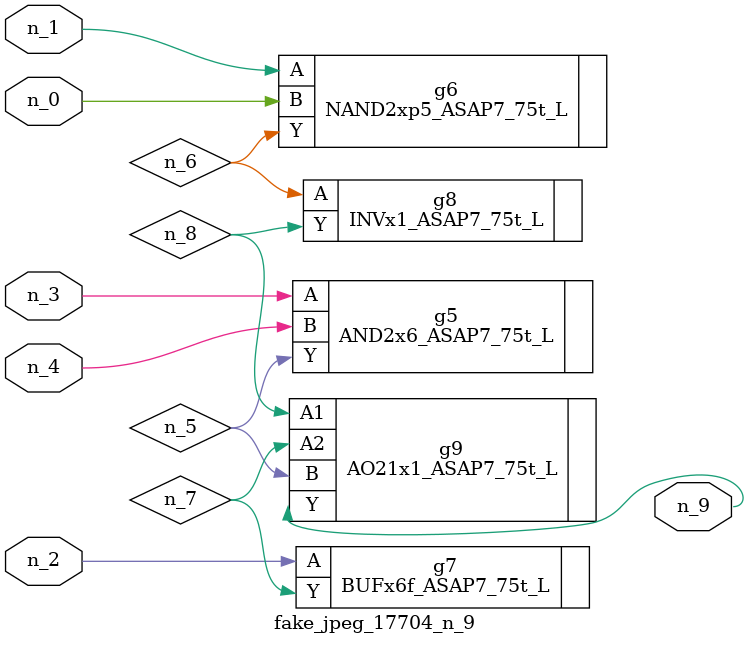
<source format=v>
module fake_jpeg_17704_n_9 (n_3, n_2, n_1, n_0, n_4, n_9);

input n_3;
input n_2;
input n_1;
input n_0;
input n_4;

output n_9;

wire n_8;
wire n_6;
wire n_5;
wire n_7;

AND2x6_ASAP7_75t_L g5 ( 
.A(n_3),
.B(n_4),
.Y(n_5)
);

NAND2xp5_ASAP7_75t_L g6 ( 
.A(n_1),
.B(n_0),
.Y(n_6)
);

BUFx6f_ASAP7_75t_L g7 ( 
.A(n_2),
.Y(n_7)
);

INVx1_ASAP7_75t_L g8 ( 
.A(n_6),
.Y(n_8)
);

AO21x1_ASAP7_75t_L g9 ( 
.A1(n_8),
.A2(n_7),
.B(n_5),
.Y(n_9)
);


endmodule
</source>
